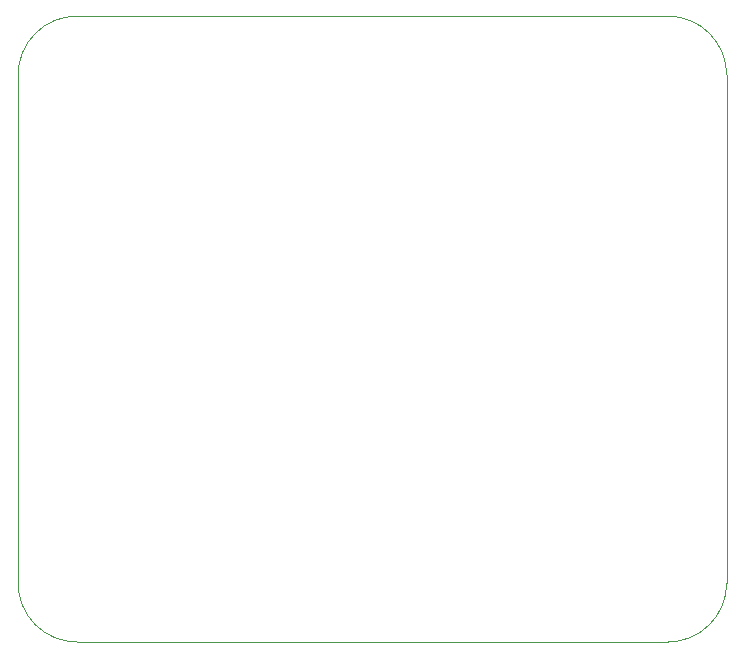
<source format=gbr>
%TF.GenerationSoftware,KiCad,Pcbnew,8.0.4-8.0.4-0~ubuntu24.04.1*%
%TF.CreationDate,2024-08-08T02:16:28-05:00*%
%TF.ProjectId,anvil,616e7669-6c2e-46b6-9963-61645f706362,rev?*%
%TF.SameCoordinates,Original*%
%TF.FileFunction,Profile,NP*%
%FSLAX46Y46*%
G04 Gerber Fmt 4.6, Leading zero omitted, Abs format (unit mm)*
G04 Created by KiCad (PCBNEW 8.0.4-8.0.4-0~ubuntu24.04.1) date 2024-08-08 02:16:28*
%MOMM*%
%LPD*%
G01*
G04 APERTURE LIST*
%TA.AperFunction,Profile*%
%ADD10C,0.050000*%
%TD*%
G04 APERTURE END LIST*
D10*
X152000000Y-72000000D02*
G75*
G02*
X157000000Y-77000000I0J-5000000D01*
G01*
X97000000Y-77000000D02*
G75*
G02*
X102000000Y-72000000I5000000J0D01*
G01*
X157000000Y-77000000D02*
X157000000Y-120000000D01*
X102000000Y-72000000D02*
X152000000Y-72000000D01*
X157000000Y-120000000D02*
G75*
G02*
X152000000Y-125000000I-5000000J0D01*
G01*
X102000000Y-125000000D02*
G75*
G02*
X97000000Y-120000000I0J5000000D01*
G01*
X97000000Y-120000000D02*
X97000000Y-77000000D01*
X152000000Y-125000000D02*
X102000000Y-125000000D01*
M02*

</source>
